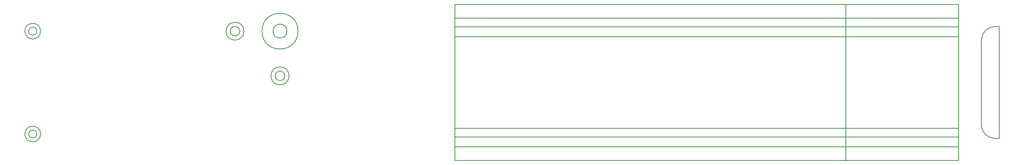
<source format=gbr>
%TF.GenerationSoftware,KiCad,Pcbnew,7.0.6*%
%TF.CreationDate,2023-10-18T20:18:50+02:00*%
%TF.ProjectId,Hydrofoil,48796472-6f66-46f6-996c-2e6b69636164,rev?*%
%TF.SameCoordinates,Original*%
%TF.FileFunction,OtherDrawing,Comment*%
%FSLAX46Y46*%
G04 Gerber Fmt 4.6, Leading zero omitted, Abs format (unit mm)*
G04 Created by KiCad (PCBNEW 7.0.6) date 2023-10-18 20:18:50*
%MOMM*%
%LPD*%
G01*
G04 APERTURE LIST*
%ADD10C,0.200000*%
%ADD11C,0.150000*%
G04 APERTURE END LIST*
D10*
X42747349Y-77680000D02*
G75*
G03*
X42747349Y-77680000I-900000J0D01*
G01*
X87897349Y-77680000D02*
G75*
G03*
X87897349Y-77680000I-1050000J0D01*
G01*
X97897349Y-87680000D02*
G75*
G03*
X97897349Y-87680000I-1050000J0D01*
G01*
D11*
X222726434Y-106672900D02*
X222739743Y-71694298D01*
X135731525Y-101398382D02*
X247787205Y-101398382D01*
X247787205Y-103536300D01*
X135731525Y-103536300D01*
X135731525Y-101398382D01*
D10*
X252847349Y-98680000D02*
X252847349Y-79680000D01*
D11*
X247799607Y-106612202D02*
X247797188Y-71667478D01*
D10*
X255847349Y-76680000D02*
X256847349Y-76680000D01*
X98847349Y-87680000D02*
G75*
G03*
X98847349Y-87680000I-2000000J0D01*
G01*
D11*
X135731525Y-106586824D02*
X135738785Y-71708645D01*
D10*
X98397349Y-77680000D02*
G75*
G03*
X98397349Y-77680000I-1550000J0D01*
G01*
D11*
X135738785Y-71708645D02*
X247766940Y-71708645D01*
X247766940Y-74759169D01*
X135738785Y-74759169D01*
X135738785Y-71708645D01*
D10*
X256847349Y-76680000D02*
X256847349Y-101680000D01*
D11*
X135731525Y-103536300D02*
X247759680Y-103536300D01*
X247759680Y-106586824D01*
X135731525Y-106586824D01*
X135731525Y-103536300D01*
D10*
X256847349Y-101680000D02*
X255847349Y-101680000D01*
X88847349Y-77680000D02*
G75*
G03*
X88847349Y-77680000I-2000000J0D01*
G01*
X255847349Y-76680049D02*
G75*
G03*
X252847349Y-79680000I51J-3000051D01*
G01*
D11*
X135738785Y-76751594D02*
X247798080Y-76751594D01*
X247798080Y-78889512D01*
X135738785Y-78889512D01*
X135738785Y-76751594D01*
D10*
X100847349Y-77680000D02*
G75*
G03*
X100847349Y-77680000I-4000000J0D01*
G01*
X43597349Y-100680000D02*
G75*
G03*
X43597349Y-100680000I-1750000J0D01*
G01*
X252847400Y-98680000D02*
G75*
G03*
X255847349Y-101680000I3000100J100D01*
G01*
D11*
X135731525Y-99405957D02*
X247797004Y-99405957D01*
X247797004Y-101398382D01*
X135731525Y-101398382D01*
X135731525Y-99405957D01*
D10*
X42747349Y-100680000D02*
G75*
G03*
X42747349Y-100680000I-900000J0D01*
G01*
D11*
X135738785Y-74759169D02*
X247801427Y-74759169D01*
X247801427Y-76751594D01*
X135738785Y-76751594D01*
X135738785Y-74759169D01*
D10*
X43597349Y-77680000D02*
G75*
G03*
X43597349Y-77680000I-1750000J0D01*
G01*
M02*

</source>
